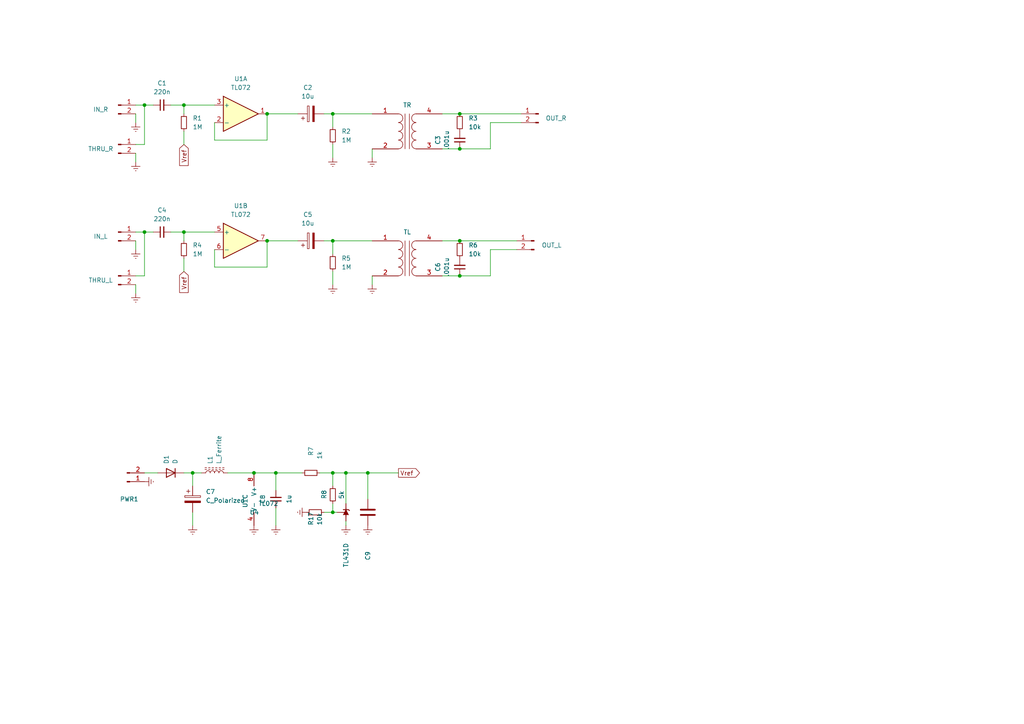
<source format=kicad_sch>
(kicad_sch (version 20231120) (generator "eeschema") (generator_version "8.0")
  (paper "A4")
  (lib_symbols
    (symbol "Amplifier_Operational:TL072" (pin_names (offset 0.127))
      (property "Reference" "U" (at 0 5.08 0))
      (property "Value" "TL072" (at 0 -5.08 0))
      (symbol "TL072_1_1"
        (polyline (pts (xy -5.08 5.08) (xy 5.08 0) (xy -5.08 -5.08) (xy -5.08 5.08)) (stroke (width 0.254)) (fill (type background)))
        (pin output line (at 7.62 0 180) (length 2.54) (name "~") (number "1"))
        (pin input line (at -7.62 -2.54 0) (length 2.54) (name "-") (number "2"))
        (pin input line (at -7.62 2.54 0) (length 2.54) (name "+") (number "3"))
      )
      (symbol "TL072_2_1"
        (polyline (pts (xy -5.08 5.08) (xy 5.08 0) (xy -5.08 -5.08) (xy -5.08 5.08)) (stroke (width 0.254)) (fill (type background)))
        (pin input line (at -7.62 2.54 0) (length 2.54) (name "+") (number "5"))
        (pin input line (at -7.62 -2.54 0) (length 2.54) (name "-") (number "6"))
        (pin output line (at 7.62 0 180) (length 2.54) (name "~") (number "7"))
      )
      (symbol "TL072_3_1"
        (pin power_in line (at -2.54 -7.62 90) (length 3.81) (name "V-") (number "4"))
        (pin power_in line (at -2.54 7.62 270) (length 3.81) (name "V+") (number "8"))
      )
    )
    (symbol "Connector:Conn_01x02_Pin" (pin_names (offset 1.016) hide)
      (property "Reference" "J" (at 0 2.54 0))
      (property "Value" "Conn_01x02_Pin" (at 0 -5.08 0))
      (symbol "Conn_01x02_Pin_1_1"
        (polyline (pts (xy 1.27 -2.54) (xy 0.8636 -2.54)) (stroke (width 0.1524)))
        (polyline (pts (xy 1.27 0) (xy 0.8636 0)) (stroke (width 0.1524)))
        (rectangle (start 0.8636 -2.413) (end 0 -2.667) (stroke (width 0.1524)) (fill (type outline)))
        (rectangle (start 0.8636 0.127) (end 0 -0.127) (stroke (width 0.1524)) (fill (type outline)))
        (pin passive line (at 5.08 0 180) (length 3.81) (name "Pin_1") (number "1"))
        (pin passive line (at 5.08 -2.54 180) (length 3.81) (name "Pin_2") (number "2"))
      )
    )
    (symbol "Device:C" (pin_numbers hide) (pin_names (offset 0.254))
      (property "Reference" "C" (at 0.635 2.54 0))
      (property "Value" "C" (at 0.635 -2.54 0))
      (symbol "C_0_1"
        (polyline (pts (xy -2.032 -0.762) (xy 2.032 -0.762)) (stroke (width 0.508)))
        (polyline (pts (xy -2.032 0.762) (xy 2.032 0.762)) (stroke (width 0.508)))
      )
      (symbol "C_1_1"
        (pin passive line (at 0 3.81 270) (length 2.794) (name "~") (number "1"))
        (pin passive line (at 0 -3.81 90) (length 2.794) (name "~") (number "2"))
      )
    )
    (symbol "Device:C_Polarized" (pin_numbers hide) (pin_names (offset 0.254))
      (property "Reference" "C" (at 0.635 2.54 0))
      (property "Value" "C_Polarized" (at 0.635 -2.54 0))
      (symbol "C_Polarized_0_1"
        (rectangle (start -2.286 0.508) (end 2.286 1.016))
        (polyline (pts (xy -1.778 2.286) (xy -0.762 2.286)))
        (polyline (pts (xy -1.27 2.794) (xy -1.27 1.778)))
        (rectangle (start 2.286 -0.508) (end -2.286 -1.016) (fill (type outline)))
      )
      (symbol "C_Polarized_1_1"
        (pin passive line (at 0 3.81 270) (length 2.794) (name "~") (number "1"))
        (pin passive line (at 0 -3.81 90) (length 2.794) (name "~") (number "2"))
      )
    )
    (symbol "Device:C_Small" (pin_numbers hide) (pin_names (offset 0.254) hide)
      (property "Reference" "C" (at 0.254 1.778 0))
      (property "Value" "C_Small" (at 0.254 -2.032 0))
      (symbol "C_Small_0_1"
        (polyline (pts (xy -1.524 -0.508) (xy 1.524 -0.508)) (stroke (width 0.3302)))
        (polyline (pts (xy -1.524 0.508) (xy 1.524 0.508)) (stroke (width 0.3048)))
      )
      (symbol "C_Small_1_1"
        (pin passive line (at 0 2.54 270) (length 2.032) (name "~") (number "1"))
        (pin passive line (at 0 -2.54 90) (length 2.032) (name "~") (number "2"))
      )
    )
    (symbol "Device:D" (pin_numbers hide) (pin_names (offset 1.016) hide)
      (property "Reference" "D" (at 0 2.54 0))
      (property "Value" "D" (at 0 -2.54 0))
      (symbol "D_0_1"
        (polyline (pts (xy -1.27 1.27) (xy -1.27 -1.27)) (stroke (width 0.254)))
        (polyline (pts (xy 1.27 0) (xy -1.27 0)))
        (polyline (pts (xy 1.27 1.27) (xy 1.27 -1.27) (xy -1.27 0) (xy 1.27 1.27)) (stroke (width 0.254)))
      )
      (symbol "D_1_1"
        (pin passive line (at -3.81 0 0) (length 2.54) (name "K") (number "1"))
        (pin passive line (at 3.81 0 180) (length 2.54) (name "A") (number "2"))
      )
    )
    (symbol "Device:L_Ferrite" (pin_numbers hide) (pin_names (offset 1.016) hide)
      (property "Reference" "L" (at -1.27 0 90))
      (property "Value" "L_Ferrite" (at 2.794 0 90))
      (symbol "L_Ferrite_0_1"
        (arc (start 0 -2.54) (mid 0.6323 -1.905) (end 0 -1.27))
        (arc (start 0 -1.27) (mid 0.6323 -0.635) (end 0 0))
        (polyline (pts (xy 1.016 -2.794) (xy 1.016 -2.286)))
        (polyline (pts (xy 1.016 -1.778) (xy 1.016 -1.27)))
        (polyline (pts (xy 1.016 -0.762) (xy 1.016 -0.254)))
        (polyline (pts (xy 1.016 0.254) (xy 1.016 0.762)))
        (polyline (pts (xy 1.016 1.27) (xy 1.016 1.778)))
        (polyline (pts (xy 1.016 2.286) (xy 1.016 2.794)))
        (polyline (pts (xy 1.524 -2.286) (xy 1.524 -2.794)))
        (polyline (pts (xy 1.524 -1.27) (xy 1.524 -1.778)))
        (polyline (pts (xy 1.524 -0.254) (xy 1.524 -0.762)))
        (polyline (pts (xy 1.524 0.762) (xy 1.524 0.254)))
        (polyline (pts (xy 1.524 1.778) (xy 1.524 1.27)))
        (polyline (pts (xy 1.524 2.794) (xy 1.524 2.286)))
        (arc (start 0 0) (mid 0.6323 0.635) (end 0 1.27))
        (arc (start 0 1.27) (mid 0.6323 1.905) (end 0 2.54))
      )
      (symbol "L_Ferrite_1_1"
        (pin passive line (at 0 3.81 270) (length 1.27) (name "1") (number "1"))
        (pin passive line (at 0 -3.81 90) (length 1.27) (name "2") (number "2"))
      )
    )
    (symbol "Device:R_Small" (pin_numbers hide) (pin_names (offset 0.254) hide)
      (property "Reference" "R" (at 0.762 0.508 0))
      (property "Value" "R_Small" (at 0.762 -1.016 0))
      (symbol "R_Small_0_1"
        (rectangle (start -0.762 1.778) (end 0.762 -1.778) (stroke (width 0.2032)))
      )
      (symbol "R_Small_1_1"
        (pin passive line (at 0 2.54 270) (length 0.762) (name "~") (number "1"))
        (pin passive line (at 0 -2.54 90) (length 0.762) (name "~") (number "2"))
      )
    )
    (symbol "Device:Transformer_1P_1S" (pin_names (offset 1.016) hide)
      (property "Reference" "T" (at 0 6.35 0))
      (property "Value" "Transformer_1P_1S" (at 0 -7.62 0))
      (symbol "Transformer_1P_1S_0_1"
        (arc (start -2.54 -5.0546) (mid -1.6561 -4.6863) (end -1.27 -3.81))
        (arc (start -2.54 -2.5146) (mid -1.6561 -2.1463) (end -1.27 -1.27))
        (arc (start -2.54 0.0254) (mid -1.6561 0.3937) (end -1.27 1.27))
        (arc (start -2.54 2.5654) (mid -1.6561 2.9337) (end -1.27 3.81))
        (arc (start -1.27 -3.81) (mid -1.642 -2.912) (end -2.54 -2.54))
        (arc (start -1.27 -1.27) (mid -1.642 -0.372) (end -2.54 0))
        (arc (start -1.27 1.27) (mid -1.642 2.168) (end -2.54 2.54))
        (arc (start -1.27 3.81) (mid -1.642 4.708) (end -2.54 5.08))
        (polyline (pts (xy -0.635 5.08) (xy -0.635 -5.08)))
        (polyline (pts (xy 0.635 -5.08) (xy 0.635 5.08)))
        (arc (start 1.2954 -1.27) (mid 1.6599 -2.1501) (end 2.54 -2.5146))
        (arc (start 1.2954 1.27) (mid 1.6599 0.3899) (end 2.54 0.0254))
        (arc (start 1.2954 3.81) (mid 1.6599 2.9299) (end 2.54 2.5654))
        (arc (start 1.3208 -3.81) (mid 1.6853 -4.6901) (end 2.5654 -5.0546))
        (arc (start 2.54 0) (mid 1.6456 -0.3683) (end 1.2954 -1.27))
        (arc (start 2.54 2.54) (mid 1.6456 2.1717) (end 1.2954 1.27))
        (arc (start 2.54 5.08) (mid 1.6456 4.7117) (end 1.2954 3.81))
        (arc (start 2.5654 -2.54) (mid 1.671 -2.9083) (end 1.3208 -3.81))
      )
      (symbol "Transformer_1P_1S_1_1"
        (pin passive line (at -10.16 5.08 0) (length 7.62) (name "AA") (number "1"))
        (pin passive line (at -10.16 -5.08 0) (length 7.62) (name "AB") (number "2"))
        (pin passive line (at 10.16 -5.08 180) (length 7.62) (name "SA") (number "3"))
        (pin passive line (at 10.16 5.08 180) (length 7.62) (name "SB") (number "4"))
      )
    )
    (symbol "Reference_Voltage:TL431D" (pin_numbers hide) (pin_names hide)
      (property "Reference" "U" (at 0 -2.54 0))
      (property "Value" "TL431D" (at 0 -4.445 0))
      (symbol "TL431D_0_1"
        (polyline (pts (xy -1.27 0) (xy 0 0) (xy 1.27 0)))
        (polyline (pts (xy -0.762 0.762) (xy 0.762 0) (xy -0.762 -0.762)) (fill (type outline)))
        (polyline (pts (xy 0.508 -1.016) (xy 0.762 -0.762) (xy 0.762 0.762) (xy 0.762 0.762)) (stroke (width 0.254)))
      )
      (symbol "TL431D_1_1"
        (polyline (pts (xy 0 1.27) (xy 0 0)))
        (pin passive line (at 2.54 0 180) (length 2.54) (name "K") (number "1"))
        (pin passive line (at -2.54 0 0) (length 2.54) (name "A") (number "2"))
        (pin passive line (at -2.54 0 0) (length 2.54) hide (name "A") (number "3"))
        (pin passive line (at -2.54 0 0) (length 2.54) hide (name "A") (number "6"))
        (pin passive line (at -2.54 0 0) (length 2.54) hide (name "A") (number "7"))
        (pin passive line (at 0 2.54 270) (length 2.54) (name "REF") (number "8"))
      )
    )
    (symbol "power:Earth" (power) (pin_names (offset 0))
      (symbol "Earth_0_1"
        (polyline (pts (xy -0.635 -1.905) (xy 0.635 -1.905)))
        (polyline (pts (xy -0.127 -2.54) (xy 0.127 -2.54)))
        (polyline (pts (xy 0 -1.27) (xy 0 0)))
        (polyline (pts (xy 1.27 -1.27) (xy -1.27 -1.27)))
      )
      (symbol "Earth_1_1"
        (pin power_in line (at 0 0 270) (length 0) hide (name "Earth") (number "1"))
      )
    )
  )
  (junction (at 80.01 137.16))
  (junction (at 53.34 30.48))
  (junction (at 133.35 80.01))
  (junction (at 96.52 137.16))
  (junction (at 55.88 137.16))
  (junction (at 96.52 33.02))
  (junction (at 133.35 33.02))
  (junction (at 133.35 69.85))
  (junction (at 96.52 69.85))
  (junction (at 106.68 137.16))
  (junction (at 133.35 43.18))
  (junction (at 41.91 67.31))
  (junction (at 73.66 137.16))
  (junction (at 41.91 30.48))
  (junction (at 77.47 33.02))
  (junction (at 53.34 67.31))
  (junction (at 100.33 137.16))
  (junction (at 77.47 69.85))
  (junction (at 96.52 148.59))
  (wire (pts (xy 77.47 69.85) (xy 86.36 69.85)))
  (wire (pts (xy 73.66 137.16) (xy 80.01 137.16)))
  (wire (pts (xy 62.23 40.64) (xy 77.47 40.64)))
  (wire (pts (xy 39.37 82.55) (xy 39.37 85.09)))
  (wire (pts (xy 62.23 35.56) (xy 62.23 40.64)))
  (wire (pts (xy 41.91 80.01) (xy 41.91 67.31)))
  (wire (pts (xy 39.37 80.01) (xy 41.91 80.01)))
  (wire (pts (xy 41.91 41.91) (xy 41.91 30.48)))
  (wire (pts (xy 92.71 137.16) (xy 96.52 137.16)))
  (wire (pts (xy 100.33 137.16) (xy 106.68 137.16)))
  (wire (pts (xy 128.27 43.18) (xy 133.35 43.18)))
  (wire (pts (xy 106.68 137.16) (xy 115.57 137.16)))
  (wire (pts (xy 96.52 33.02) (xy 107.95 33.02)))
  (wire (pts (xy 39.37 67.31) (xy 41.91 67.31)))
  (wire (pts (xy 53.34 30.48) (xy 53.34 33.02)))
  (wire (pts (xy 66.04 137.16) (xy 73.66 137.16)))
  (wire (pts (xy 96.52 33.02) (xy 96.52 36.83)))
  (wire (pts (xy 53.34 41.91) (xy 53.34 38.1)))
  (wire (pts (xy 62.23 77.47) (xy 77.47 77.47)))
  (wire (pts (xy 77.47 33.02) (xy 86.36 33.02)))
  (wire (pts (xy 41.91 67.31) (xy 44.45 67.31)))
  (wire (pts (xy 39.37 33.02) (xy 39.37 35.56)))
  (wire (pts (xy 80.01 152.4) (xy 80.01 147.32)))
  (wire (pts (xy 49.53 67.31) (xy 53.34 67.31)))
  (wire (pts (xy 151.13 35.56) (xy 142.24 35.56)))
  (wire (pts (xy 128.27 80.01) (xy 133.35 80.01)))
  (wire (pts (xy 97.79 148.59) (xy 96.52 148.59)))
  (wire (pts (xy 142.24 35.56) (xy 142.24 43.18)))
  (wire (pts (xy 39.37 44.45) (xy 39.37 46.99)))
  (wire (pts (xy 133.35 33.02) (xy 151.13 33.02)))
  (wire (pts (xy 100.33 151.13) (xy 100.33 152.4)))
  (wire (pts (xy 100.33 137.16) (xy 100.33 146.05)))
  (wire (pts (xy 107.95 80.01) (xy 107.95 82.55)))
  (wire (pts (xy 96.52 41.91) (xy 96.52 45.72)))
  (wire (pts (xy 53.34 137.16) (xy 55.88 137.16)))
  (wire (pts (xy 53.34 67.31) (xy 62.23 67.31)))
  (wire (pts (xy 142.24 72.39) (xy 142.24 80.01)))
  (wire (pts (xy 93.98 148.59) (xy 96.52 148.59)))
  (wire (pts (xy 142.24 80.01) (xy 133.35 80.01)))
  (wire (pts (xy 80.01 137.16) (xy 87.63 137.16)))
  (wire (pts (xy 41.91 30.48) (xy 44.45 30.48)))
  (wire (pts (xy 39.37 30.48) (xy 41.91 30.48)))
  (wire (pts (xy 55.88 152.4) (xy 55.88 148.59)))
  (wire (pts (xy 39.37 69.85) (xy 39.37 72.39)))
  (wire (pts (xy 49.53 30.48) (xy 53.34 30.48)))
  (wire (pts (xy 93.98 33.02) (xy 96.52 33.02)))
  (wire (pts (xy 93.98 69.85) (xy 96.52 69.85)))
  (wire (pts (xy 55.88 137.16) (xy 58.42 137.16)))
  (wire (pts (xy 55.88 140.97) (xy 55.88 137.16)))
  (wire (pts (xy 77.47 40.64) (xy 77.47 33.02)))
  (wire (pts (xy 96.52 148.59) (xy 96.52 146.05)))
  (wire (pts (xy 62.23 72.39) (xy 62.23 77.47)))
  (wire (pts (xy 96.52 69.85) (xy 96.52 73.66)))
  (wire (pts (xy 128.27 69.85) (xy 133.35 69.85)))
  (wire (pts (xy 128.27 33.02) (xy 133.35 33.02)))
  (wire (pts (xy 142.24 43.18) (xy 133.35 43.18)))
  (wire (pts (xy 133.35 69.85) (xy 149.86 69.85)))
  (wire (pts (xy 96.52 137.16) (xy 100.33 137.16)))
  (wire (pts (xy 96.52 140.97) (xy 96.52 137.16)))
  (wire (pts (xy 53.34 78.74) (xy 53.34 74.93)))
  (wire (pts (xy 53.34 30.48) (xy 62.23 30.48)))
  (wire (pts (xy 96.52 78.74) (xy 96.52 82.55)))
  (wire (pts (xy 96.52 69.85) (xy 107.95 69.85)))
  (wire (pts (xy 39.37 41.91) (xy 41.91 41.91)))
  (wire (pts (xy 77.47 77.47) (xy 77.47 69.85)))
  (wire (pts (xy 53.34 67.31) (xy 53.34 69.85)))
  (wire (pts (xy 142.24 72.39) (xy 149.86 72.39)))
  (wire (pts (xy 106.68 144.78) (xy 106.68 137.16)))
  (wire (pts (xy 41.91 137.16) (xy 45.72 137.16)))
  (wire (pts (xy 107.95 43.18) (xy 107.95 45.72)))
  (wire (pts (xy 80.01 142.24) (xy 80.01 137.16)))
  (global_label "Vref" (shape input) (at 53.34 41.91 270) (property "Intersheetrefs" "${INTERSHEET_REFS}" (effects (hide yes))))
  (global_label "Vref" (shape output) (at 115.57 137.16 0) (property "Intersheetrefs" "${INTERSHEET_REFS}" (effects (hide yes))))
  (global_label "Vref" (shape input) (at 53.34 78.74 270) (property "Intersheetrefs" "${INTERSHEET_REFS}" (effects (hide yes))))
  (symbol (lib_id "Device:C_Small") (at 80.01 144.78 180) (unit 1)
    (property "Reference" "C8" (at 76.2 144.78 90))
    (property "Value" "1u" (at 83.82 144.78 90))
    (property "Footprint" "Capacitor_SMD:C_0805_2012Metric_Pad1.18x1.45mm_HandSolder" (effects (hide yes)))
  )
  (symbol (lib_id "Device:C_Small") (at 133.35 40.64 180) (unit 1)
    (property "Reference" "C3" (at 127 40.6337 90))
    (property "Value" ".001u" (at 129.54 40.6337 90))
    (property "Footprint" "Capacitor_SMD:C_0805_2012Metric_Pad1.18x1.45mm_HandSolder" (effects (hide yes)))
  )
  (symbol (lib_id "power:Earth") (at 96.52 82.55 0) (unit 1)
    (property "Reference" "#PWR07" (effects (hide yes)))
    (property "Value" "Earth" (effects (hide yes)))
  )
  (symbol (lib_id "power:Earth") (at 107.95 45.72 0) (unit 1)
    (property "Reference" "#PWR09" (effects (hide yes)))
    (property "Value" "Earth" (effects (hide yes)))
  )
  (symbol (lib_id "Device:R_Small") (at 53.34 72.39 0) (unit 1)
    (property "Reference" "R4" (at 55.88 71.1199 0) (effects (justify left)))
    (property "Value" "1M" (at 55.88 73.6599 0) (effects (justify left)))
    (property "Footprint" "Resistor_SMD:R_0805_2012Metric_Pad1.20x1.40mm_HandSolder" (effects (hide yes)))
  )
  (symbol (lib_id "Amplifier_Operational:TL072") (at 69.85 69.85 0) (unit 2)
    (property "Reference" "U1" (at 69.85 59.69 0))
    (property "Value" "TL072" (at 69.85 62.23 0))
    (property "Footprint" "Library:D8_TEX_STM" (effects (hide yes)))
    (property "Datasheet" "http://www.ti.com/lit/ds/symlink/tl071.pdf" (effects (hide yes)))
    (property "Description" "Dual Low-Noise JFET-Input Operational Amplifiers, DIP-8/SOIC-8" (effects (hide yes)))
  )
  (symbol (lib_id "power:Earth") (at 80.01 152.4 0) (unit 1)
    (property "Reference" "#PWR016" (effects (hide yes)))
    (property "Value" "Earth" (effects (hide yes)))
  )
  (symbol (lib_id "Device:R_Small") (at 133.35 72.39 180) (unit 1)
    (property "Reference" "R6" (at 135.89 71.1199 0) (effects (justify right)))
    (property "Value" "10k" (at 135.89 73.6599 0) (effects (justify right)))
    (property "Footprint" "Resistor_SMD:R_0805_2012Metric_Pad1.20x1.40mm_HandSolder" (effects (hide yes)))
  )
  (symbol (lib_id "power:Earth") (at 73.66 152.4 0) (unit 1)
    (property "Reference" "#PWR019" (effects (hide yes)))
    (property "Value" "Earth" (effects (hide yes)))
  )
  (symbol (lib_id "Device:C_Polarized") (at 90.17 69.85 90) (unit 1)
    (property "Reference" "C5" (at 89.281 62.23 90))
    (property "Value" "10u" (at 89.281 64.77 90))
    (property "Footprint" "Capacitor_Tantalum_SMD:CP_EIA-7343-30_AVX-N_Pad2.25x2.55mm_HandSolder" (effects (hide yes)))
  )
  (symbol (lib_id "Connector:Conn_01x02_Pin") (at 34.29 67.31 0) (unit 1)
    (property "Reference" "IN_L" (at 29.21 68.58 0))
    (property "Value" "Conn_01x02_Pin" (effects (hide yes)))
    (property "Footprint" "Connector_Wire:SolderWire-0.5sqmm_1x02_P4.6mm_D0.9mm_OD2.1mm" (effects (hide yes)))
    (property "Description" "Generic connector, single row, 01x02, script generated" (effects (hide yes)))
  )
  (symbol (lib_id "Device:C_Small") (at 133.35 77.47 180) (unit 1)
    (property "Reference" "C6" (at 127 77.4637 90))
    (property "Value" ".001u" (at 129.54 77.4637 90))
    (property "Footprint" "Capacitor_SMD:C_0805_2012Metric_Pad1.18x1.45mm_HandSolder" (effects (hide yes)))
  )
  (symbol (lib_id "Amplifier_Operational:TL072") (at 76.2 144.78 0) (unit 3)
    (property "Reference" "U1" (at 71.12 147.32 90) (effects (justify left)))
    (property "Value" "TL072" (at 74.93 146.0499 0) (effects (justify left)))
    (property "Footprint" "Library:D8_TEX_STM" (effects (hide yes)))
    (property "Datasheet" "http://www.ti.com/lit/ds/symlink/tl071.pdf" (effects (hide yes)))
    (property "Description" "Dual Low-Noise JFET-Input Operational Amplifiers, DIP-8/SOIC-8" (effects (hide yes)))
  )
  (symbol (lib_id "power:Earth") (at 41.91 139.7 90) (unit 1)
    (property "Reference" "#PWR020" (effects (hide yes)))
    (property "Value" "Earth" (effects (hide yes)))
  )
  (symbol (lib_id "Device:R_Small") (at 96.52 76.2 0) (unit 1)
    (property "Reference" "R5" (at 99.06 74.9299 0) (effects (justify left)))
    (property "Value" "1M" (at 99.06 77.4699 0) (effects (justify left)))
    (property "Footprint" "Resistor_SMD:R_0805_2012Metric_Pad1.20x1.40mm_HandSolder" (effects (hide yes)))
  )
  (symbol (lib_id "Device:D") (at 49.53 137.16 180) (unit 1)
    (property "Reference" "D1" (at 48.2599 134.62 90) (effects (justify right)))
    (property "Value" "D" (at 50.7999 134.62 90) (effects (justify right)))
    (property "Footprint" "Diode_SMD:D_0805_2012Metric_Pad1.15x1.40mm_HandSolder" (effects (hide yes)))
    (property "Description" "Diode" (effects (hide yes)))
    (property "Sim.Device" "D" (effects (hide yes)))
    (property "Sim.Pins" "1=K 2=A" (effects (hide yes)))
  )
  (symbol (lib_id "Connector:Conn_01x02_Pin") (at 36.83 139.7 0) (mirror x) (unit 1)
    (property "Reference" "PWR1" (at 37.465 144.78 0))
    (property "Value" "Conn_01x02_Pin" (effects (hide yes)))
    (property "Footprint" "Connector_Wire:SolderWire-0.5sqmm_1x02_P4.6mm_D0.9mm_OD2.1mm" (effects (hide yes)))
    (property "Description" "Generic connector, single row, 01x02, script generated" (effects (hide yes)))
  )
  (symbol (lib_id "power:Earth") (at 39.37 46.99 0) (unit 1)
    (property "Reference" "#PWR02" (effects (hide yes)))
    (property "Value" "Earth" (effects (hide yes)))
  )
  (symbol (lib_id "Device:C_Small") (at 46.99 67.31 90) (unit 1)
    (property "Reference" "C4" (at 46.9963 60.96 90))
    (property "Value" "220n" (at 46.9963 63.5 90))
    (property "Footprint" "Capacitor_SMD:C_0805_2012Metric_Pad1.18x1.45mm_HandSolder" (effects (hide yes)))
  )
  (symbol (lib_id "Device:C_Polarized") (at 90.17 33.02 90) (unit 1)
    (property "Reference" "C2" (at 89.281 25.4 90))
    (property "Value" "10u" (at 89.281 27.94 90))
    (property "Footprint" "Capacitor_Tantalum_SMD:CP_EIA-7343-30_AVX-N_Pad2.25x2.55mm_HandSolder" (effects (hide yes)))
  )
  (symbol (lib_id "Device:C_Polarized") (at 55.88 144.78 0) (unit 1)
    (property "Reference" "C7" (at 59.69 142.6209 0) (effects (justify left)))
    (property "Value" "C_Polarized" (at 59.69 145.1609 0) (effects (justify left)))
    (property "Footprint" "Capacitor_SMD:CP_Elec_8x10" (effects (hide yes)))
    (property "Description" "Polarized capacitor" (effects (hide yes)))
  )
  (symbol (lib_id "power:Earth") (at 39.37 35.56 0) (unit 1)
    (property "Reference" "#PWR03" (effects (hide yes)))
    (property "Value" "Earth" (effects (hide yes)))
  )
  (symbol (lib_id "Device:R_Small") (at 53.34 35.56 0) (unit 1)
    (property "Reference" "R1" (at 55.88 34.2899 0) (effects (justify left)))
    (property "Value" "1M" (at 55.88 36.8299 0) (effects (justify left)))
    (property "Footprint" "Resistor_SMD:R_0805_2012Metric_Pad1.20x1.40mm_HandSolder" (effects (hide yes)))
  )
  (symbol (lib_id "Device:C") (at 106.68 148.59 180) (unit 1)
    (property "Reference" "C9" (at 106.68 162.56 90) (effects (justify right)))
    (property "Value" "C" (effects (hide yes)))
    (property "Footprint" "Capacitor_SMD:C_0805_2012Metric_Pad1.18x1.45mm_HandSolder" (effects (hide yes)))
  )
  (symbol (lib_id "power:Earth") (at 106.68 152.4 0) (unit 1)
    (property "Reference" "#PWR022" (effects (hide yes)))
    (property "Value" "Earth" (effects (hide yes)))
  )
  (symbol (lib_id "Device:R_Small") (at 91.44 148.59 270) (unit 1)
    (property "Reference" "R17" (at 90.17 152.4 0) (effects (justify right)))
    (property "Value" "10k" (at 92.71 152.4 0) (effects (justify right)))
    (property "Footprint" "Resistor_SMD:R_0805_2012Metric_Pad1.20x1.40mm_HandSolder" (effects (hide yes)))
  )
  (symbol (lib_id "power:Earth") (at 55.88 152.4 0) (unit 1)
    (property "Reference" "#PWR026" (effects (hide yes)))
    (property "Value" "Earth" (effects (hide yes)))
  )
  (symbol (lib_id "power:Earth") (at 88.9 148.59 270) (unit 1)
    (property "Reference" "#PWR027" (effects (hide yes)))
    (property "Value" "Earth" (effects (hide yes)))
  )
  (symbol (lib_id "Amplifier_Operational:TL072") (at 69.85 33.02 0) (unit 1)
    (property "Reference" "U1" (at 69.85 22.86 0))
    (property "Value" "TL072" (at 69.85 25.4 0))
    (property "Footprint" "Library:D8_TEX_STM" (effects (hide yes)))
    (property "Datasheet" "http://www.ti.com/lit/ds/symlink/tl071.pdf" (effects (hide yes)))
    (property "Description" "Dual Low-Noise JFET-Input Operational Amplifiers, DIP-8/SOIC-8" (effects (hide yes)))
  )
  (symbol (lib_id "Connector:Conn_01x02_Pin") (at 154.94 69.85 0) (mirror y) (unit 1)
    (property "Reference" "OUT_L" (at 160.02 71.12 0))
    (property "Value" "Conn_01x02_Pin" (effects (hide yes)))
    (property "Footprint" "Connector_Wire:SolderWire-0.5sqmm_1x02_P4.6mm_D0.9mm_OD2.1mm" (effects (hide yes)))
    (property "Description" "Generic connector, single row, 01x02, script generated" (effects (hide yes)))
  )
  (symbol (lib_id "Device:L_Ferrite") (at 62.23 137.16 90) (unit 1)
    (property "Reference" "L1" (at 60.9599 134.62 0) (effects (justify left)))
    (property "Value" "L_Ferrite" (at 63.4999 134.62 0) (effects (justify left)))
    (property "Footprint" "Inductor_SMD:L_7.3x7.3_H3.5" (effects (hide yes)))
    (property "Description" "Inductor with ferrite core" (effects (hide yes)))
  )
  (symbol (lib_id "Connector:Conn_01x02_Pin") (at 34.29 41.91 0) (unit 1)
    (property "Reference" "THRU_R" (at 29.21 43.18 0))
    (property "Value" "Conn_01x02_Pin" (effects (hide yes)))
    (property "Footprint" "Connector_Wire:SolderWire-0.5sqmm_1x02_P4.6mm_D0.9mm_OD2.1mm" (effects (hide yes)))
    (property "Description" "Generic connector, single row, 01x02, script generated" (effects (hide yes)))
  )
  (symbol (lib_id "power:Earth") (at 100.33 152.4 0) (unit 1)
    (property "Reference" "#PWR021" (effects (hide yes)))
    (property "Value" "Earth" (effects (hide yes)))
  )
  (symbol (lib_id "power:Earth") (at 39.37 72.39 0) (unit 1)
    (property "Reference" "#PWR04" (effects (hide yes)))
    (property "Value" "Earth" (effects (hide yes)))
  )
  (symbol (lib_id "Connector:Conn_01x02_Pin") (at 156.21 33.02 0) (mirror y) (unit 1)
    (property "Reference" "OUT_R" (at 161.29 34.29 0))
    (property "Value" "Conn_01x02_Pin" (effects (hide yes)))
    (property "Footprint" "Connector_Wire:SolderWire-0.5sqmm_1x02_P4.6mm_D0.9mm_OD2.1mm" (effects (hide yes)))
    (property "Description" "Generic connector, single row, 01x02, script generated" (effects (hide yes)))
  )
  (symbol (lib_id "Device:Transformer_1P_1S") (at 118.11 38.1 0) (unit 1)
    (property "Reference" "TR" (at 118.1227 30.48 0))
    (property "Value" "Transformer_1P_1S" (effects (hide yes)))
    (property "Footprint" "Library:Tansformer 11" (effects (hide yes)))
  )
  (symbol (lib_id "power:Earth") (at 39.37 85.09 0) (unit 1)
    (property "Reference" "#PWR01" (effects (hide yes)))
    (property "Value" "Earth" (effects (hide yes)))
  )
  (symbol (lib_id "power:Earth") (at 96.52 45.72 0) (unit 1)
    (property "Reference" "#PWR06" (effects (hide yes)))
    (property "Value" "Earth" (effects (hide yes)))
  )
  (symbol (lib_id "Device:Transformer_1P_1S") (at 118.11 74.93 0) (unit 1)
    (property "Reference" "TL" (at 118.1227 67.31 0))
    (property "Value" "Transformer_1P_1S" (effects (hide yes)))
    (property "Footprint" "Library:Tansformer 11" (effects (hide yes)))
  )
  (symbol (lib_id "Device:R_Small") (at 96.52 39.37 0) (unit 1)
    (property "Reference" "R2" (at 99.06 38.0999 0) (effects (justify left)))
    (property "Value" "1M" (at 99.06 40.6399 0) (effects (justify left)))
    (property "Footprint" "Resistor_SMD:R_0805_2012Metric_Pad1.20x1.40mm_HandSolder" (effects (hide yes)))
  )
  (symbol (lib_id "Connector:Conn_01x02_Pin") (at 34.29 30.48 0) (unit 1)
    (property "Reference" "IN_R" (at 29.21 31.75 0))
    (property "Value" "Conn_01x02_Pin" (effects (hide yes)))
    (property "Footprint" "Connector_Wire:SolderWire-0.5sqmm_1x02_P4.6mm_D0.9mm_OD2.1mm" (effects (hide yes)))
    (property "Description" "Generic connector, single row, 01x02, script generated" (effects (hide yes)))
  )
  (symbol (lib_id "Device:C_Small") (at 46.99 30.48 90) (unit 1)
    (property "Reference" "C1" (at 46.9963 24.13 90))
    (property "Value" "220n" (at 46.9963 26.67 90))
    (property "Footprint" "Capacitor_SMD:C_0805_2012Metric_Pad1.18x1.45mm_HandSolder" (effects (hide yes)))
  )
  (symbol (lib_id "Reference_Voltage:TL431D") (at 100.33 148.59 90) (unit 1)
    (property "Reference" "U4" (at 72.39 148.59 90) (effects (justify right)))
    (property "Value" "TL431D" (at 100.33 157.48 0) (effects (justify right)))
    (property "Footprint" "Package_SO:SOIC-8_3.9x4.9mm_P1.27mm" (effects (hide yes)))
    (property "Datasheet" "http://www.ti.com/lit/ds/symlink/tl431.pdf" (effects (hide yes)))
  )
  (symbol (lib_id "power:Earth") (at 107.95 82.55 0) (unit 1)
    (property "Reference" "#PWR010" (effects (hide yes)))
    (property "Value" "Earth" (effects (hide yes)))
  )
  (symbol (lib_id "Device:R_Small") (at 133.35 35.56 180) (unit 1)
    (property "Reference" "R3" (at 135.89 34.2899 0) (effects (justify right)))
    (property "Value" "10k" (at 135.89 36.8299 0) (effects (justify right)))
    (property "Footprint" "Resistor_SMD:R_0805_2012Metric_Pad1.20x1.40mm_HandSolder" (effects (hide yes)))
  )
  (symbol (lib_id "Connector:Conn_01x02_Pin") (at 34.29 80.01 0) (unit 1)
    (property "Reference" "THRU_L" (at 29.21 81.28 0))
    (property "Value" "Conn_01x02_Pin" (effects (hide yes)))
    (property "Footprint" "Connector_Wire:SolderWire-0.5sqmm_1x02_P4.6mm_D0.9mm_OD2.1mm" (effects (hide yes)))
    (property "Description" "Generic connector, single row, 01x02, script generated" (effects (hide yes)))
  )
  (symbol (lib_id "Device:R_Small") (at 90.17 137.16 270) (unit 1)
    (property "Reference" "R7" (at 90.17 129.54 0) (effects (justify left)))
    (property "Value" "1k" (at 92.71 130.81 0) (effects (justify left)))
    (property "Footprint" "Resistor_SMD:R_0805_2012Metric_Pad1.20x1.40mm_HandSolder" (effects (hide yes)))
  )
  (symbol (lib_id "Device:R_Small") (at 96.52 143.51 180) (unit 1)
    (property "Reference" "R8" (at 93.98 144.78 90) (effects (justify right)))
    (property "Value" "5k" (at 99.06 144.78 90) (effects (justify right)))
    (property "Footprint" "Resistor_SMD:R_0805_2012Metric_Pad1.20x1.40mm_HandSolder" (effects (hide yes)))
  )
)
</source>
